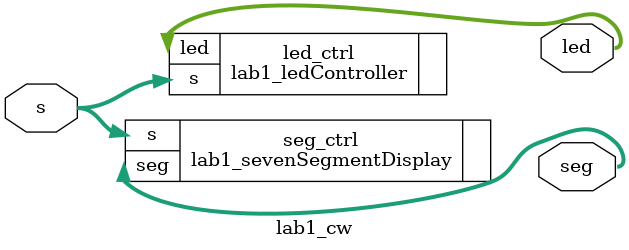
<source format=sv>

module lab1_cw (
    input logic [3:0] s,
    output logic [2:0] led,
    output logic [6:0] seg
);
    // call led controller module
    lab1_ledController led_ctrl (.s(s), .led(led));
    // call seven segment display module
    lab1_sevenSegmentDisplay seg_ctrl (.s(s), .seg(seg));

endmodule
</source>
